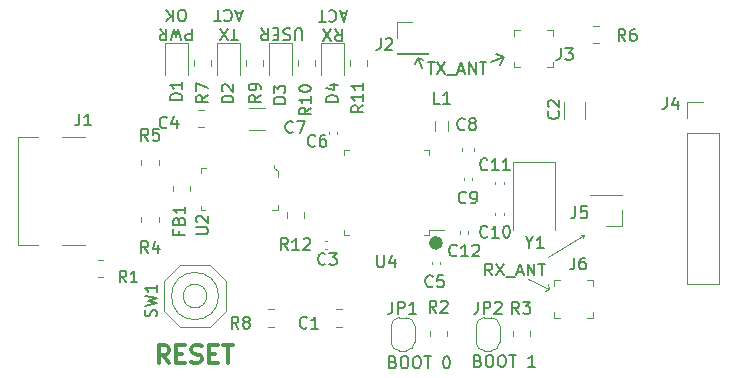
<source format=gbr>
%TF.GenerationSoftware,KiCad,Pcbnew,(6.0.11)*%
%TF.CreationDate,2025-09-27T21:04:19-04:00*%
%TF.ProjectId,433MHz-SRX882S-Dongle,3433334d-487a-42d5-9352-58383832532d,rev?*%
%TF.SameCoordinates,Original*%
%TF.FileFunction,Legend,Top*%
%TF.FilePolarity,Positive*%
%FSLAX46Y46*%
G04 Gerber Fmt 4.6, Leading zero omitted, Abs format (unit mm)*
G04 Created by KiCad (PCBNEW (6.0.11)) date 2025-09-27 21:04:19*
%MOMM*%
%LPD*%
G01*
G04 APERTURE LIST*
%ADD10C,0.050000*%
%ADD11C,0.150000*%
%ADD12C,0.600000*%
%ADD13C,0.300000*%
%ADD14C,0.120000*%
%ADD15C,0.100000*%
G04 APERTURE END LIST*
D10*
X111100000Y-107800000D02*
X111350000Y-107850000D01*
X111350000Y-107850000D02*
X108350000Y-109700000D01*
X111300000Y-108100000D02*
X111350000Y-107850000D01*
D11*
X104650000Y-92800000D02*
X104250000Y-93450000D01*
D10*
X108050000Y-112550000D02*
X108450000Y-112425000D01*
X108450000Y-112425000D02*
X106650000Y-111575000D01*
D11*
X104650000Y-92800000D02*
X103950000Y-92500000D01*
X97300000Y-92850000D02*
X97800000Y-93050000D01*
X97300000Y-92850000D02*
X97100000Y-93350000D01*
D12*
X99150000Y-108500000D02*
G75*
G03*
X99150000Y-108500000I-300000J0D01*
G01*
D11*
X97650000Y-93700000D02*
X97300000Y-92850000D01*
D10*
X108450000Y-112425000D02*
X108350000Y-112000000D01*
D11*
X103550000Y-93200000D02*
X104650000Y-92800000D01*
D13*
X76221428Y-118678571D02*
X75721428Y-117964285D01*
X75364285Y-118678571D02*
X75364285Y-117178571D01*
X75935714Y-117178571D01*
X76078571Y-117250000D01*
X76150000Y-117321428D01*
X76221428Y-117464285D01*
X76221428Y-117678571D01*
X76150000Y-117821428D01*
X76078571Y-117892857D01*
X75935714Y-117964285D01*
X75364285Y-117964285D01*
X76864285Y-117892857D02*
X77364285Y-117892857D01*
X77578571Y-118678571D02*
X76864285Y-118678571D01*
X76864285Y-117178571D01*
X77578571Y-117178571D01*
X78150000Y-118607142D02*
X78364285Y-118678571D01*
X78721428Y-118678571D01*
X78864285Y-118607142D01*
X78935714Y-118535714D01*
X79007142Y-118392857D01*
X79007142Y-118250000D01*
X78935714Y-118107142D01*
X78864285Y-118035714D01*
X78721428Y-117964285D01*
X78435714Y-117892857D01*
X78292857Y-117821428D01*
X78221428Y-117750000D01*
X78150000Y-117607142D01*
X78150000Y-117464285D01*
X78221428Y-117321428D01*
X78292857Y-117250000D01*
X78435714Y-117178571D01*
X78792857Y-117178571D01*
X79007142Y-117250000D01*
X79650000Y-117892857D02*
X80150000Y-117892857D01*
X80364285Y-118678571D02*
X79650000Y-118678571D01*
X79650000Y-117178571D01*
X80364285Y-117178571D01*
X80792857Y-117178571D02*
X81650000Y-117178571D01*
X81221428Y-118678571D02*
X81221428Y-117178571D01*
D11*
X103619047Y-111252380D02*
X103285714Y-110776190D01*
X103047619Y-111252380D02*
X103047619Y-110252380D01*
X103428571Y-110252380D01*
X103523809Y-110300000D01*
X103571428Y-110347619D01*
X103619047Y-110442857D01*
X103619047Y-110585714D01*
X103571428Y-110680952D01*
X103523809Y-110728571D01*
X103428571Y-110776190D01*
X103047619Y-110776190D01*
X103952380Y-110252380D02*
X104619047Y-111252380D01*
X104619047Y-110252380D02*
X103952380Y-111252380D01*
X104761904Y-111347619D02*
X105523809Y-111347619D01*
X105714285Y-110966666D02*
X106190476Y-110966666D01*
X105619047Y-111252380D02*
X105952380Y-110252380D01*
X106285714Y-111252380D01*
X106619047Y-111252380D02*
X106619047Y-110252380D01*
X107190476Y-111252380D01*
X107190476Y-110252380D01*
X107523809Y-110252380D02*
X108095238Y-110252380D01*
X107809523Y-111252380D02*
X107809523Y-110252380D01*
X102435714Y-118478571D02*
X102578571Y-118526190D01*
X102626190Y-118573809D01*
X102673809Y-118669047D01*
X102673809Y-118811904D01*
X102626190Y-118907142D01*
X102578571Y-118954761D01*
X102483333Y-119002380D01*
X102102380Y-119002380D01*
X102102380Y-118002380D01*
X102435714Y-118002380D01*
X102530952Y-118050000D01*
X102578571Y-118097619D01*
X102626190Y-118192857D01*
X102626190Y-118288095D01*
X102578571Y-118383333D01*
X102530952Y-118430952D01*
X102435714Y-118478571D01*
X102102380Y-118478571D01*
X103292857Y-118002380D02*
X103483333Y-118002380D01*
X103578571Y-118050000D01*
X103673809Y-118145238D01*
X103721428Y-118335714D01*
X103721428Y-118669047D01*
X103673809Y-118859523D01*
X103578571Y-118954761D01*
X103483333Y-119002380D01*
X103292857Y-119002380D01*
X103197619Y-118954761D01*
X103102380Y-118859523D01*
X103054761Y-118669047D01*
X103054761Y-118335714D01*
X103102380Y-118145238D01*
X103197619Y-118050000D01*
X103292857Y-118002380D01*
X104340476Y-118002380D02*
X104530952Y-118002380D01*
X104626190Y-118050000D01*
X104721428Y-118145238D01*
X104769047Y-118335714D01*
X104769047Y-118669047D01*
X104721428Y-118859523D01*
X104626190Y-118954761D01*
X104530952Y-119002380D01*
X104340476Y-119002380D01*
X104245238Y-118954761D01*
X104150000Y-118859523D01*
X104102380Y-118669047D01*
X104102380Y-118335714D01*
X104150000Y-118145238D01*
X104245238Y-118050000D01*
X104340476Y-118002380D01*
X105054761Y-118002380D02*
X105626190Y-118002380D01*
X105340476Y-119002380D02*
X105340476Y-118002380D01*
X107245238Y-119002380D02*
X106673809Y-119002380D01*
X106959523Y-119002380D02*
X106959523Y-118002380D01*
X106864285Y-118145238D01*
X106769047Y-118240476D01*
X106673809Y-118288095D01*
X78183333Y-90352619D02*
X78183333Y-91352619D01*
X77802380Y-91352619D01*
X77707142Y-91305000D01*
X77659523Y-91257380D01*
X77611904Y-91162142D01*
X77611904Y-91019285D01*
X77659523Y-90924047D01*
X77707142Y-90876428D01*
X77802380Y-90828809D01*
X78183333Y-90828809D01*
X77278571Y-91352619D02*
X77040476Y-90352619D01*
X76850000Y-91066904D01*
X76659523Y-90352619D01*
X76421428Y-91352619D01*
X75469047Y-90352619D02*
X75802380Y-90828809D01*
X76040476Y-90352619D02*
X76040476Y-91352619D01*
X75659523Y-91352619D01*
X75564285Y-91305000D01*
X75516666Y-91257380D01*
X75469047Y-91162142D01*
X75469047Y-91019285D01*
X75516666Y-90924047D01*
X75564285Y-90876428D01*
X75659523Y-90828809D01*
X76040476Y-90828809D01*
X77445238Y-89742619D02*
X77254761Y-89742619D01*
X77159523Y-89695000D01*
X77064285Y-89599761D01*
X77016666Y-89409285D01*
X77016666Y-89075952D01*
X77064285Y-88885476D01*
X77159523Y-88790238D01*
X77254761Y-88742619D01*
X77445238Y-88742619D01*
X77540476Y-88790238D01*
X77635714Y-88885476D01*
X77683333Y-89075952D01*
X77683333Y-89409285D01*
X77635714Y-89599761D01*
X77540476Y-89695000D01*
X77445238Y-89742619D01*
X76588095Y-88742619D02*
X76588095Y-89742619D01*
X76016666Y-88742619D02*
X76445238Y-89314047D01*
X76016666Y-89742619D02*
X76588095Y-89171190D01*
X82061904Y-91352619D02*
X81490476Y-91352619D01*
X81776190Y-90352619D02*
X81776190Y-91352619D01*
X81252380Y-91352619D02*
X80585714Y-90352619D01*
X80585714Y-91352619D02*
X81252380Y-90352619D01*
X82419047Y-89028333D02*
X81942857Y-89028333D01*
X82514285Y-88742619D02*
X82180952Y-89742619D01*
X81847619Y-88742619D01*
X80942857Y-88837857D02*
X80990476Y-88790238D01*
X81133333Y-88742619D01*
X81228571Y-88742619D01*
X81371428Y-88790238D01*
X81466666Y-88885476D01*
X81514285Y-88980714D01*
X81561904Y-89171190D01*
X81561904Y-89314047D01*
X81514285Y-89504523D01*
X81466666Y-89599761D01*
X81371428Y-89695000D01*
X81228571Y-89742619D01*
X81133333Y-89742619D01*
X80990476Y-89695000D01*
X80942857Y-89647380D01*
X80657142Y-89742619D02*
X80085714Y-89742619D01*
X80371428Y-88742619D02*
X80371428Y-89742619D01*
X98173809Y-93202380D02*
X98745238Y-93202380D01*
X98459523Y-94202380D02*
X98459523Y-93202380D01*
X98983333Y-93202380D02*
X99650000Y-94202380D01*
X99650000Y-93202380D02*
X98983333Y-94202380D01*
X99792857Y-94297619D02*
X100554761Y-94297619D01*
X100745238Y-93916666D02*
X101221428Y-93916666D01*
X100650000Y-94202380D02*
X100983333Y-93202380D01*
X101316666Y-94202380D01*
X101650000Y-94202380D02*
X101650000Y-93202380D01*
X102221428Y-94202380D01*
X102221428Y-93202380D01*
X102554761Y-93202380D02*
X103126190Y-93202380D01*
X102840476Y-94202380D02*
X102840476Y-93202380D01*
X90316666Y-90402619D02*
X90650000Y-90878809D01*
X90888095Y-90402619D02*
X90888095Y-91402619D01*
X90507142Y-91402619D01*
X90411904Y-91355000D01*
X90364285Y-91307380D01*
X90316666Y-91212142D01*
X90316666Y-91069285D01*
X90364285Y-90974047D01*
X90411904Y-90926428D01*
X90507142Y-90878809D01*
X90888095Y-90878809D01*
X89983333Y-91402619D02*
X89316666Y-90402619D01*
X89316666Y-91402619D02*
X89983333Y-90402619D01*
X91269047Y-89078333D02*
X90792857Y-89078333D01*
X91364285Y-88792619D02*
X91030952Y-89792619D01*
X90697619Y-88792619D01*
X89792857Y-88887857D02*
X89840476Y-88840238D01*
X89983333Y-88792619D01*
X90078571Y-88792619D01*
X90221428Y-88840238D01*
X90316666Y-88935476D01*
X90364285Y-89030714D01*
X90411904Y-89221190D01*
X90411904Y-89364047D01*
X90364285Y-89554523D01*
X90316666Y-89649761D01*
X90221428Y-89745000D01*
X90078571Y-89792619D01*
X89983333Y-89792619D01*
X89840476Y-89745000D01*
X89792857Y-89697380D01*
X89507142Y-89792619D02*
X88935714Y-89792619D01*
X89221428Y-88792619D02*
X89221428Y-89792619D01*
X95235714Y-118578571D02*
X95378571Y-118626190D01*
X95426190Y-118673809D01*
X95473809Y-118769047D01*
X95473809Y-118911904D01*
X95426190Y-119007142D01*
X95378571Y-119054761D01*
X95283333Y-119102380D01*
X94902380Y-119102380D01*
X94902380Y-118102380D01*
X95235714Y-118102380D01*
X95330952Y-118150000D01*
X95378571Y-118197619D01*
X95426190Y-118292857D01*
X95426190Y-118388095D01*
X95378571Y-118483333D01*
X95330952Y-118530952D01*
X95235714Y-118578571D01*
X94902380Y-118578571D01*
X96092857Y-118102380D02*
X96283333Y-118102380D01*
X96378571Y-118150000D01*
X96473809Y-118245238D01*
X96521428Y-118435714D01*
X96521428Y-118769047D01*
X96473809Y-118959523D01*
X96378571Y-119054761D01*
X96283333Y-119102380D01*
X96092857Y-119102380D01*
X95997619Y-119054761D01*
X95902380Y-118959523D01*
X95854761Y-118769047D01*
X95854761Y-118435714D01*
X95902380Y-118245238D01*
X95997619Y-118150000D01*
X96092857Y-118102380D01*
X97140476Y-118102380D02*
X97330952Y-118102380D01*
X97426190Y-118150000D01*
X97521428Y-118245238D01*
X97569047Y-118435714D01*
X97569047Y-118769047D01*
X97521428Y-118959523D01*
X97426190Y-119054761D01*
X97330952Y-119102380D01*
X97140476Y-119102380D01*
X97045238Y-119054761D01*
X96950000Y-118959523D01*
X96902380Y-118769047D01*
X96902380Y-118435714D01*
X96950000Y-118245238D01*
X97045238Y-118150000D01*
X97140476Y-118102380D01*
X97854761Y-118102380D02*
X98426190Y-118102380D01*
X98140476Y-119102380D02*
X98140476Y-118102380D01*
X99711904Y-118102380D02*
X99807142Y-118102380D01*
X99902380Y-118150000D01*
X99950000Y-118197619D01*
X99997619Y-118292857D01*
X100045238Y-118483333D01*
X100045238Y-118721428D01*
X99997619Y-118911904D01*
X99950000Y-119007142D01*
X99902380Y-119054761D01*
X99807142Y-119102380D01*
X99711904Y-119102380D01*
X99616666Y-119054761D01*
X99569047Y-119007142D01*
X99521428Y-118911904D01*
X99473809Y-118721428D01*
X99473809Y-118483333D01*
X99521428Y-118292857D01*
X99569047Y-118197619D01*
X99616666Y-118150000D01*
X99711904Y-118102380D01*
X87514285Y-91347619D02*
X87514285Y-90538095D01*
X87466666Y-90442857D01*
X87419047Y-90395238D01*
X87323809Y-90347619D01*
X87133333Y-90347619D01*
X87038095Y-90395238D01*
X86990476Y-90442857D01*
X86942857Y-90538095D01*
X86942857Y-91347619D01*
X86514285Y-90395238D02*
X86371428Y-90347619D01*
X86133333Y-90347619D01*
X86038095Y-90395238D01*
X85990476Y-90442857D01*
X85942857Y-90538095D01*
X85942857Y-90633333D01*
X85990476Y-90728571D01*
X86038095Y-90776190D01*
X86133333Y-90823809D01*
X86323809Y-90871428D01*
X86419047Y-90919047D01*
X86466666Y-90966666D01*
X86514285Y-91061904D01*
X86514285Y-91157142D01*
X86466666Y-91252380D01*
X86419047Y-91300000D01*
X86323809Y-91347619D01*
X86085714Y-91347619D01*
X85942857Y-91300000D01*
X85514285Y-90871428D02*
X85180952Y-90871428D01*
X85038095Y-90347619D02*
X85514285Y-90347619D01*
X85514285Y-91347619D01*
X85038095Y-91347619D01*
X84038095Y-90347619D02*
X84371428Y-90823809D01*
X84609523Y-90347619D02*
X84609523Y-91347619D01*
X84228571Y-91347619D01*
X84133333Y-91300000D01*
X84085714Y-91252380D01*
X84038095Y-91157142D01*
X84038095Y-91014285D01*
X84085714Y-90919047D01*
X84133333Y-90871428D01*
X84228571Y-90823809D01*
X84609523Y-90823809D01*
%TO.C,D3*%
X86102380Y-96700595D02*
X85102380Y-96700595D01*
X85102380Y-96462500D01*
X85150000Y-96319642D01*
X85245238Y-96224404D01*
X85340476Y-96176785D01*
X85530952Y-96129166D01*
X85673809Y-96129166D01*
X85864285Y-96176785D01*
X85959523Y-96224404D01*
X86054761Y-96319642D01*
X86102380Y-96462500D01*
X86102380Y-96700595D01*
X85102380Y-95795833D02*
X85102380Y-95176785D01*
X85483333Y-95510119D01*
X85483333Y-95367261D01*
X85530952Y-95272023D01*
X85578571Y-95224404D01*
X85673809Y-95176785D01*
X85911904Y-95176785D01*
X86007142Y-95224404D01*
X86054761Y-95272023D01*
X86102380Y-95367261D01*
X86102380Y-95652976D01*
X86054761Y-95748214D01*
X86007142Y-95795833D01*
%TO.C,C1*%
X87933333Y-115657142D02*
X87885714Y-115704761D01*
X87742857Y-115752380D01*
X87647619Y-115752380D01*
X87504761Y-115704761D01*
X87409523Y-115609523D01*
X87361904Y-115514285D01*
X87314285Y-115323809D01*
X87314285Y-115180952D01*
X87361904Y-114990476D01*
X87409523Y-114895238D01*
X87504761Y-114800000D01*
X87647619Y-114752380D01*
X87742857Y-114752380D01*
X87885714Y-114800000D01*
X87933333Y-114847619D01*
X88885714Y-115752380D02*
X88314285Y-115752380D01*
X88600000Y-115752380D02*
X88600000Y-114752380D01*
X88504761Y-114895238D01*
X88409523Y-114990476D01*
X88314285Y-115038095D01*
%TO.C,C4*%
X76083333Y-98707142D02*
X76035714Y-98754761D01*
X75892857Y-98802380D01*
X75797619Y-98802380D01*
X75654761Y-98754761D01*
X75559523Y-98659523D01*
X75511904Y-98564285D01*
X75464285Y-98373809D01*
X75464285Y-98230952D01*
X75511904Y-98040476D01*
X75559523Y-97945238D01*
X75654761Y-97850000D01*
X75797619Y-97802380D01*
X75892857Y-97802380D01*
X76035714Y-97850000D01*
X76083333Y-97897619D01*
X76940476Y-98135714D02*
X76940476Y-98802380D01*
X76702380Y-97754761D02*
X76464285Y-98469047D01*
X77083333Y-98469047D01*
%TO.C,J4*%
X118416666Y-96158630D02*
X118416666Y-96872916D01*
X118369047Y-97015773D01*
X118273809Y-97111011D01*
X118130952Y-97158630D01*
X118035714Y-97158630D01*
X119321428Y-96491964D02*
X119321428Y-97158630D01*
X119083333Y-96111011D02*
X118845238Y-96825297D01*
X119464285Y-96825297D01*
%TO.C,R10*%
X88265064Y-97055357D02*
X87788874Y-97388690D01*
X88265064Y-97626785D02*
X87265064Y-97626785D01*
X87265064Y-97245833D01*
X87312684Y-97150595D01*
X87360303Y-97102976D01*
X87455541Y-97055357D01*
X87598398Y-97055357D01*
X87693636Y-97102976D01*
X87741255Y-97150595D01*
X87788874Y-97245833D01*
X87788874Y-97626785D01*
X88265064Y-96102976D02*
X88265064Y-96674404D01*
X88265064Y-96388690D02*
X87265064Y-96388690D01*
X87407922Y-96483928D01*
X87503160Y-96579166D01*
X87550779Y-96674404D01*
X87265064Y-95483928D02*
X87265064Y-95388690D01*
X87312684Y-95293452D01*
X87360303Y-95245833D01*
X87455541Y-95198214D01*
X87646017Y-95150595D01*
X87884112Y-95150595D01*
X88074588Y-95198214D01*
X88169826Y-95245833D01*
X88217445Y-95293452D01*
X88265064Y-95388690D01*
X88265064Y-95483928D01*
X88217445Y-95579166D01*
X88169826Y-95626785D01*
X88074588Y-95674404D01*
X87884112Y-95722023D01*
X87646017Y-95722023D01*
X87455541Y-95674404D01*
X87360303Y-95626785D01*
X87312684Y-95579166D01*
X87265064Y-95483928D01*
%TO.C,FB1*%
X77078571Y-107483333D02*
X77078571Y-107816666D01*
X77602380Y-107816666D02*
X76602380Y-107816666D01*
X76602380Y-107340476D01*
X77078571Y-106626190D02*
X77126190Y-106483333D01*
X77173809Y-106435714D01*
X77269047Y-106388095D01*
X77411904Y-106388095D01*
X77507142Y-106435714D01*
X77554761Y-106483333D01*
X77602380Y-106578571D01*
X77602380Y-106959523D01*
X76602380Y-106959523D01*
X76602380Y-106626190D01*
X76650000Y-106530952D01*
X76697619Y-106483333D01*
X76792857Y-106435714D01*
X76888095Y-106435714D01*
X76983333Y-106483333D01*
X77030952Y-106530952D01*
X77078571Y-106626190D01*
X77078571Y-106959523D01*
X77602380Y-105435714D02*
X77602380Y-106007142D01*
X77602380Y-105721428D02*
X76602380Y-105721428D01*
X76745238Y-105816666D01*
X76840476Y-105911904D01*
X76888095Y-106007142D01*
%TO.C,C5*%
X98583333Y-112157142D02*
X98535714Y-112204761D01*
X98392857Y-112252380D01*
X98297619Y-112252380D01*
X98154761Y-112204761D01*
X98059523Y-112109523D01*
X98011904Y-112014285D01*
X97964285Y-111823809D01*
X97964285Y-111680952D01*
X98011904Y-111490476D01*
X98059523Y-111395238D01*
X98154761Y-111300000D01*
X98297619Y-111252380D01*
X98392857Y-111252380D01*
X98535714Y-111300000D01*
X98583333Y-111347619D01*
X99488095Y-111252380D02*
X99011904Y-111252380D01*
X98964285Y-111728571D01*
X99011904Y-111680952D01*
X99107142Y-111633333D01*
X99345238Y-111633333D01*
X99440476Y-111680952D01*
X99488095Y-111728571D01*
X99535714Y-111823809D01*
X99535714Y-112061904D01*
X99488095Y-112157142D01*
X99440476Y-112204761D01*
X99345238Y-112252380D01*
X99107142Y-112252380D01*
X99011904Y-112204761D01*
X98964285Y-112157142D01*
%TO.C,C3*%
X89491169Y-110257142D02*
X89443550Y-110304761D01*
X89300693Y-110352380D01*
X89205455Y-110352380D01*
X89062597Y-110304761D01*
X88967359Y-110209523D01*
X88919740Y-110114285D01*
X88872121Y-109923809D01*
X88872121Y-109780952D01*
X88919740Y-109590476D01*
X88967359Y-109495238D01*
X89062597Y-109400000D01*
X89205455Y-109352380D01*
X89300693Y-109352380D01*
X89443550Y-109400000D01*
X89491169Y-109447619D01*
X89824502Y-109352380D02*
X90443550Y-109352380D01*
X90110216Y-109733333D01*
X90253074Y-109733333D01*
X90348312Y-109780952D01*
X90395931Y-109828571D01*
X90443550Y-109923809D01*
X90443550Y-110161904D01*
X90395931Y-110257142D01*
X90348312Y-110304761D01*
X90253074Y-110352380D01*
X89967359Y-110352380D01*
X89872121Y-110304761D01*
X89824502Y-110257142D01*
%TO.C,R12*%
X86307142Y-109102380D02*
X85973809Y-108626190D01*
X85735714Y-109102380D02*
X85735714Y-108102380D01*
X86116666Y-108102380D01*
X86211904Y-108150000D01*
X86259523Y-108197619D01*
X86307142Y-108292857D01*
X86307142Y-108435714D01*
X86259523Y-108530952D01*
X86211904Y-108578571D01*
X86116666Y-108626190D01*
X85735714Y-108626190D01*
X87259523Y-109102380D02*
X86688095Y-109102380D01*
X86973809Y-109102380D02*
X86973809Y-108102380D01*
X86878571Y-108245238D01*
X86783333Y-108340476D01*
X86688095Y-108388095D01*
X87640476Y-108197619D02*
X87688095Y-108150000D01*
X87783333Y-108102380D01*
X88021428Y-108102380D01*
X88116666Y-108150000D01*
X88164285Y-108197619D01*
X88211904Y-108292857D01*
X88211904Y-108388095D01*
X88164285Y-108530952D01*
X87592857Y-109102380D01*
X88211904Y-109102380D01*
%TO.C,JP1*%
X95166666Y-113482380D02*
X95166666Y-114196666D01*
X95119047Y-114339523D01*
X95023809Y-114434761D01*
X94880952Y-114482380D01*
X94785714Y-114482380D01*
X95642857Y-114482380D02*
X95642857Y-113482380D01*
X96023809Y-113482380D01*
X96119047Y-113530000D01*
X96166666Y-113577619D01*
X96214285Y-113672857D01*
X96214285Y-113815714D01*
X96166666Y-113910952D01*
X96119047Y-113958571D01*
X96023809Y-114006190D01*
X95642857Y-114006190D01*
X97166666Y-114482380D02*
X96595238Y-114482380D01*
X96880952Y-114482380D02*
X96880952Y-113482380D01*
X96785714Y-113625238D01*
X96690476Y-113720476D01*
X96595238Y-113768095D01*
%TO.C,C11*%
X103207142Y-102257142D02*
X103159523Y-102304761D01*
X103016666Y-102352380D01*
X102921428Y-102352380D01*
X102778571Y-102304761D01*
X102683333Y-102209523D01*
X102635714Y-102114285D01*
X102588095Y-101923809D01*
X102588095Y-101780952D01*
X102635714Y-101590476D01*
X102683333Y-101495238D01*
X102778571Y-101400000D01*
X102921428Y-101352380D01*
X103016666Y-101352380D01*
X103159523Y-101400000D01*
X103207142Y-101447619D01*
X104159523Y-102352380D02*
X103588095Y-102352380D01*
X103873809Y-102352380D02*
X103873809Y-101352380D01*
X103778571Y-101495238D01*
X103683333Y-101590476D01*
X103588095Y-101638095D01*
X105111904Y-102352380D02*
X104540476Y-102352380D01*
X104826190Y-102352380D02*
X104826190Y-101352380D01*
X104730952Y-101495238D01*
X104635714Y-101590476D01*
X104540476Y-101638095D01*
%TO.C,J5*%
X110666666Y-105402380D02*
X110666666Y-106116666D01*
X110619047Y-106259523D01*
X110523809Y-106354761D01*
X110380952Y-106402380D01*
X110285714Y-106402380D01*
X111619047Y-105402380D02*
X111142857Y-105402380D01*
X111095238Y-105878571D01*
X111142857Y-105830952D01*
X111238095Y-105783333D01*
X111476190Y-105783333D01*
X111571428Y-105830952D01*
X111619047Y-105878571D01*
X111666666Y-105973809D01*
X111666666Y-106211904D01*
X111619047Y-106307142D01*
X111571428Y-106354761D01*
X111476190Y-106402380D01*
X111238095Y-106402380D01*
X111142857Y-106354761D01*
X111095238Y-106307142D01*
%TO.C,C2*%
X109207142Y-97366666D02*
X109254761Y-97414285D01*
X109302380Y-97557142D01*
X109302380Y-97652380D01*
X109254761Y-97795238D01*
X109159523Y-97890476D01*
X109064285Y-97938095D01*
X108873809Y-97985714D01*
X108730952Y-97985714D01*
X108540476Y-97938095D01*
X108445238Y-97890476D01*
X108350000Y-97795238D01*
X108302380Y-97652380D01*
X108302380Y-97557142D01*
X108350000Y-97414285D01*
X108397619Y-97366666D01*
X108397619Y-96985714D02*
X108350000Y-96938095D01*
X108302380Y-96842857D01*
X108302380Y-96604761D01*
X108350000Y-96509523D01*
X108397619Y-96461904D01*
X108492857Y-96414285D01*
X108588095Y-96414285D01*
X108730952Y-96461904D01*
X109302380Y-97033333D01*
X109302380Y-96414285D01*
%TO.C,J1*%
X68666666Y-97552380D02*
X68666666Y-98266666D01*
X68619047Y-98409523D01*
X68523809Y-98504761D01*
X68380952Y-98552380D01*
X68285714Y-98552380D01*
X69666666Y-98552380D02*
X69095238Y-98552380D01*
X69380952Y-98552380D02*
X69380952Y-97552380D01*
X69285714Y-97695238D01*
X69190476Y-97790476D01*
X69095238Y-97838095D01*
%TO.C,U4*%
X93888095Y-109552380D02*
X93888095Y-110361904D01*
X93935714Y-110457142D01*
X93983333Y-110504761D01*
X94078571Y-110552380D01*
X94269047Y-110552380D01*
X94364285Y-110504761D01*
X94411904Y-110457142D01*
X94459523Y-110361904D01*
X94459523Y-109552380D01*
X95364285Y-109885714D02*
X95364285Y-110552380D01*
X95126190Y-109504761D02*
X94888095Y-110219047D01*
X95507142Y-110219047D01*
%TO.C,R2*%
X98883333Y-114402380D02*
X98550000Y-113926190D01*
X98311904Y-114402380D02*
X98311904Y-113402380D01*
X98692857Y-113402380D01*
X98788095Y-113450000D01*
X98835714Y-113497619D01*
X98883333Y-113592857D01*
X98883333Y-113735714D01*
X98835714Y-113830952D01*
X98788095Y-113878571D01*
X98692857Y-113926190D01*
X98311904Y-113926190D01*
X99264285Y-113497619D02*
X99311904Y-113450000D01*
X99407142Y-113402380D01*
X99645238Y-113402380D01*
X99740476Y-113450000D01*
X99788095Y-113497619D01*
X99835714Y-113592857D01*
X99835714Y-113688095D01*
X99788095Y-113830952D01*
X99216666Y-114402380D01*
X99835714Y-114402380D01*
%TO.C,D4*%
X90554494Y-96550595D02*
X89554494Y-96550595D01*
X89554494Y-96312500D01*
X89602114Y-96169642D01*
X89697352Y-96074404D01*
X89792590Y-96026785D01*
X89983066Y-95979166D01*
X90125923Y-95979166D01*
X90316399Y-96026785D01*
X90411637Y-96074404D01*
X90506875Y-96169642D01*
X90554494Y-96312500D01*
X90554494Y-96550595D01*
X89887828Y-95122023D02*
X90554494Y-95122023D01*
X89506875Y-95360119D02*
X90221161Y-95598214D01*
X90221161Y-94979166D01*
%TO.C,R1*%
X72633333Y-111852380D02*
X72300000Y-111376190D01*
X72061904Y-111852380D02*
X72061904Y-110852380D01*
X72442857Y-110852380D01*
X72538095Y-110900000D01*
X72585714Y-110947619D01*
X72633333Y-111042857D01*
X72633333Y-111185714D01*
X72585714Y-111280952D01*
X72538095Y-111328571D01*
X72442857Y-111376190D01*
X72061904Y-111376190D01*
X73585714Y-111852380D02*
X73014285Y-111852380D01*
X73300000Y-111852380D02*
X73300000Y-110852380D01*
X73204761Y-110995238D01*
X73109523Y-111090476D01*
X73014285Y-111138095D01*
%TO.C,R7*%
X79565064Y-95979166D02*
X79088874Y-96312500D01*
X79565064Y-96550595D02*
X78565064Y-96550595D01*
X78565064Y-96169642D01*
X78612684Y-96074404D01*
X78660303Y-96026785D01*
X78755541Y-95979166D01*
X78898398Y-95979166D01*
X78993636Y-96026785D01*
X79041255Y-96074404D01*
X79088874Y-96169642D01*
X79088874Y-96550595D01*
X78565064Y-95645833D02*
X78565064Y-94979166D01*
X79565064Y-95407738D01*
%TO.C,R6*%
X114883333Y-91402380D02*
X114550000Y-90926190D01*
X114311904Y-91402380D02*
X114311904Y-90402380D01*
X114692857Y-90402380D01*
X114788095Y-90450000D01*
X114835714Y-90497619D01*
X114883333Y-90592857D01*
X114883333Y-90735714D01*
X114835714Y-90830952D01*
X114788095Y-90878571D01*
X114692857Y-90926190D01*
X114311904Y-90926190D01*
X115740476Y-90402380D02*
X115550000Y-90402380D01*
X115454761Y-90450000D01*
X115407142Y-90497619D01*
X115311904Y-90640476D01*
X115264285Y-90830952D01*
X115264285Y-91211904D01*
X115311904Y-91307142D01*
X115359523Y-91354761D01*
X115454761Y-91402380D01*
X115645238Y-91402380D01*
X115740476Y-91354761D01*
X115788095Y-91307142D01*
X115835714Y-91211904D01*
X115835714Y-90973809D01*
X115788095Y-90878571D01*
X115740476Y-90830952D01*
X115645238Y-90783333D01*
X115454761Y-90783333D01*
X115359523Y-90830952D01*
X115311904Y-90878571D01*
X115264285Y-90973809D01*
%TO.C,R5*%
X74483333Y-99852380D02*
X74150000Y-99376190D01*
X73911904Y-99852380D02*
X73911904Y-98852380D01*
X74292857Y-98852380D01*
X74388095Y-98900000D01*
X74435714Y-98947619D01*
X74483333Y-99042857D01*
X74483333Y-99185714D01*
X74435714Y-99280952D01*
X74388095Y-99328571D01*
X74292857Y-99376190D01*
X73911904Y-99376190D01*
X75388095Y-98852380D02*
X74911904Y-98852380D01*
X74864285Y-99328571D01*
X74911904Y-99280952D01*
X75007142Y-99233333D01*
X75245238Y-99233333D01*
X75340476Y-99280952D01*
X75388095Y-99328571D01*
X75435714Y-99423809D01*
X75435714Y-99661904D01*
X75388095Y-99757142D01*
X75340476Y-99804761D01*
X75245238Y-99852380D01*
X75007142Y-99852380D01*
X74911904Y-99804761D01*
X74864285Y-99757142D01*
%TO.C,U2*%
X78552380Y-107761904D02*
X79361904Y-107761904D01*
X79457142Y-107714285D01*
X79504761Y-107666666D01*
X79552380Y-107571428D01*
X79552380Y-107380952D01*
X79504761Y-107285714D01*
X79457142Y-107238095D01*
X79361904Y-107190476D01*
X78552380Y-107190476D01*
X78647619Y-106761904D02*
X78600000Y-106714285D01*
X78552380Y-106619047D01*
X78552380Y-106380952D01*
X78600000Y-106285714D01*
X78647619Y-106238095D01*
X78742857Y-106190476D01*
X78838095Y-106190476D01*
X78980952Y-106238095D01*
X79552380Y-106809523D01*
X79552380Y-106190476D01*
%TO.C,C6*%
X88633333Y-100257142D02*
X88585714Y-100304761D01*
X88442857Y-100352380D01*
X88347619Y-100352380D01*
X88204761Y-100304761D01*
X88109523Y-100209523D01*
X88061904Y-100114285D01*
X88014285Y-99923809D01*
X88014285Y-99780952D01*
X88061904Y-99590476D01*
X88109523Y-99495238D01*
X88204761Y-99400000D01*
X88347619Y-99352380D01*
X88442857Y-99352380D01*
X88585714Y-99400000D01*
X88633333Y-99447619D01*
X89490476Y-99352380D02*
X89300000Y-99352380D01*
X89204761Y-99400000D01*
X89157142Y-99447619D01*
X89061904Y-99590476D01*
X89014285Y-99780952D01*
X89014285Y-100161904D01*
X89061904Y-100257142D01*
X89109523Y-100304761D01*
X89204761Y-100352380D01*
X89395238Y-100352380D01*
X89490476Y-100304761D01*
X89538095Y-100257142D01*
X89585714Y-100161904D01*
X89585714Y-99923809D01*
X89538095Y-99828571D01*
X89490476Y-99780952D01*
X89395238Y-99733333D01*
X89204761Y-99733333D01*
X89109523Y-99780952D01*
X89061904Y-99828571D01*
X89014285Y-99923809D01*
%TO.C,R9*%
X84010836Y-95979166D02*
X83534646Y-96312500D01*
X84010836Y-96550595D02*
X83010836Y-96550595D01*
X83010836Y-96169642D01*
X83058456Y-96074404D01*
X83106075Y-96026785D01*
X83201313Y-95979166D01*
X83344170Y-95979166D01*
X83439408Y-96026785D01*
X83487027Y-96074404D01*
X83534646Y-96169642D01*
X83534646Y-96550595D01*
X84010836Y-95502976D02*
X84010836Y-95312500D01*
X83963217Y-95217261D01*
X83915598Y-95169642D01*
X83772741Y-95074404D01*
X83582265Y-95026785D01*
X83201313Y-95026785D01*
X83106075Y-95074404D01*
X83058456Y-95122023D01*
X83010836Y-95217261D01*
X83010836Y-95407738D01*
X83058456Y-95502976D01*
X83106075Y-95550595D01*
X83201313Y-95598214D01*
X83439408Y-95598214D01*
X83534646Y-95550595D01*
X83582265Y-95502976D01*
X83629884Y-95407738D01*
X83629884Y-95217261D01*
X83582265Y-95122023D01*
X83534646Y-95074404D01*
X83439408Y-95026785D01*
%TO.C,C10*%
X103207142Y-107957142D02*
X103159523Y-108004761D01*
X103016666Y-108052380D01*
X102921428Y-108052380D01*
X102778571Y-108004761D01*
X102683333Y-107909523D01*
X102635714Y-107814285D01*
X102588095Y-107623809D01*
X102588095Y-107480952D01*
X102635714Y-107290476D01*
X102683333Y-107195238D01*
X102778571Y-107100000D01*
X102921428Y-107052380D01*
X103016666Y-107052380D01*
X103159523Y-107100000D01*
X103207142Y-107147619D01*
X104159523Y-108052380D02*
X103588095Y-108052380D01*
X103873809Y-108052380D02*
X103873809Y-107052380D01*
X103778571Y-107195238D01*
X103683333Y-107290476D01*
X103588095Y-107338095D01*
X104778571Y-107052380D02*
X104873809Y-107052380D01*
X104969047Y-107100000D01*
X105016666Y-107147619D01*
X105064285Y-107242857D01*
X105111904Y-107433333D01*
X105111904Y-107671428D01*
X105064285Y-107861904D01*
X105016666Y-107957142D01*
X104969047Y-108004761D01*
X104873809Y-108052380D01*
X104778571Y-108052380D01*
X104683333Y-108004761D01*
X104635714Y-107957142D01*
X104588095Y-107861904D01*
X104540476Y-107671428D01*
X104540476Y-107433333D01*
X104588095Y-107242857D01*
X104635714Y-107147619D01*
X104683333Y-107100000D01*
X104778571Y-107052380D01*
%TO.C,R8*%
X82133333Y-115752380D02*
X81800000Y-115276190D01*
X81561904Y-115752380D02*
X81561904Y-114752380D01*
X81942857Y-114752380D01*
X82038095Y-114800000D01*
X82085714Y-114847619D01*
X82133333Y-114942857D01*
X82133333Y-115085714D01*
X82085714Y-115180952D01*
X82038095Y-115228571D01*
X81942857Y-115276190D01*
X81561904Y-115276190D01*
X82704761Y-115180952D02*
X82609523Y-115133333D01*
X82561904Y-115085714D01*
X82514285Y-114990476D01*
X82514285Y-114942857D01*
X82561904Y-114847619D01*
X82609523Y-114800000D01*
X82704761Y-114752380D01*
X82895238Y-114752380D01*
X82990476Y-114800000D01*
X83038095Y-114847619D01*
X83085714Y-114942857D01*
X83085714Y-114990476D01*
X83038095Y-115085714D01*
X82990476Y-115133333D01*
X82895238Y-115180952D01*
X82704761Y-115180952D01*
X82609523Y-115228571D01*
X82561904Y-115276190D01*
X82514285Y-115371428D01*
X82514285Y-115561904D01*
X82561904Y-115657142D01*
X82609523Y-115704761D01*
X82704761Y-115752380D01*
X82895238Y-115752380D01*
X82990476Y-115704761D01*
X83038095Y-115657142D01*
X83085714Y-115561904D01*
X83085714Y-115371428D01*
X83038095Y-115276190D01*
X82990476Y-115228571D01*
X82895238Y-115180952D01*
%TO.C,C12*%
X100607142Y-109557142D02*
X100559523Y-109604761D01*
X100416666Y-109652380D01*
X100321428Y-109652380D01*
X100178571Y-109604761D01*
X100083333Y-109509523D01*
X100035714Y-109414285D01*
X99988095Y-109223809D01*
X99988095Y-109080952D01*
X100035714Y-108890476D01*
X100083333Y-108795238D01*
X100178571Y-108700000D01*
X100321428Y-108652380D01*
X100416666Y-108652380D01*
X100559523Y-108700000D01*
X100607142Y-108747619D01*
X101559523Y-109652380D02*
X100988095Y-109652380D01*
X101273809Y-109652380D02*
X101273809Y-108652380D01*
X101178571Y-108795238D01*
X101083333Y-108890476D01*
X100988095Y-108938095D01*
X101940476Y-108747619D02*
X101988095Y-108700000D01*
X102083333Y-108652380D01*
X102321428Y-108652380D01*
X102416666Y-108700000D01*
X102464285Y-108747619D01*
X102511904Y-108842857D01*
X102511904Y-108938095D01*
X102464285Y-109080952D01*
X101892857Y-109652380D01*
X102511904Y-109652380D01*
%TO.C,C8*%
X101283333Y-98857142D02*
X101235714Y-98904761D01*
X101092857Y-98952380D01*
X100997619Y-98952380D01*
X100854761Y-98904761D01*
X100759523Y-98809523D01*
X100711904Y-98714285D01*
X100664285Y-98523809D01*
X100664285Y-98380952D01*
X100711904Y-98190476D01*
X100759523Y-98095238D01*
X100854761Y-98000000D01*
X100997619Y-97952380D01*
X101092857Y-97952380D01*
X101235714Y-98000000D01*
X101283333Y-98047619D01*
X101854761Y-98380952D02*
X101759523Y-98333333D01*
X101711904Y-98285714D01*
X101664285Y-98190476D01*
X101664285Y-98142857D01*
X101711904Y-98047619D01*
X101759523Y-98000000D01*
X101854761Y-97952380D01*
X102045238Y-97952380D01*
X102140476Y-98000000D01*
X102188095Y-98047619D01*
X102235714Y-98142857D01*
X102235714Y-98190476D01*
X102188095Y-98285714D01*
X102140476Y-98333333D01*
X102045238Y-98380952D01*
X101854761Y-98380952D01*
X101759523Y-98428571D01*
X101711904Y-98476190D01*
X101664285Y-98571428D01*
X101664285Y-98761904D01*
X101711904Y-98857142D01*
X101759523Y-98904761D01*
X101854761Y-98952380D01*
X102045238Y-98952380D01*
X102140476Y-98904761D01*
X102188095Y-98857142D01*
X102235714Y-98761904D01*
X102235714Y-98571428D01*
X102188095Y-98476190D01*
X102140476Y-98428571D01*
X102045238Y-98380952D01*
%TO.C,SW1*%
X75154761Y-114733333D02*
X75202380Y-114590476D01*
X75202380Y-114352380D01*
X75154761Y-114257142D01*
X75107142Y-114209523D01*
X75011904Y-114161904D01*
X74916666Y-114161904D01*
X74821428Y-114209523D01*
X74773809Y-114257142D01*
X74726190Y-114352380D01*
X74678571Y-114542857D01*
X74630952Y-114638095D01*
X74583333Y-114685714D01*
X74488095Y-114733333D01*
X74392857Y-114733333D01*
X74297619Y-114685714D01*
X74250000Y-114638095D01*
X74202380Y-114542857D01*
X74202380Y-114304761D01*
X74250000Y-114161904D01*
X74202380Y-113828571D02*
X75202380Y-113590476D01*
X74488095Y-113400000D01*
X75202380Y-113209523D01*
X74202380Y-112971428D01*
X75202380Y-112066666D02*
X75202380Y-112638095D01*
X75202380Y-112352380D02*
X74202380Y-112352380D01*
X74345238Y-112447619D01*
X74440476Y-112542857D01*
X74488095Y-112638095D01*
%TO.C,Y1*%
X106773809Y-108476190D02*
X106773809Y-108952380D01*
X106440476Y-107952380D02*
X106773809Y-108476190D01*
X107107142Y-107952380D01*
X107964285Y-108952380D02*
X107392857Y-108952380D01*
X107678571Y-108952380D02*
X107678571Y-107952380D01*
X107583333Y-108095238D01*
X107488095Y-108190476D01*
X107392857Y-108238095D01*
%TO.C,R3*%
X105883333Y-114502380D02*
X105550000Y-114026190D01*
X105311904Y-114502380D02*
X105311904Y-113502380D01*
X105692857Y-113502380D01*
X105788095Y-113550000D01*
X105835714Y-113597619D01*
X105883333Y-113692857D01*
X105883333Y-113835714D01*
X105835714Y-113930952D01*
X105788095Y-113978571D01*
X105692857Y-114026190D01*
X105311904Y-114026190D01*
X106216666Y-113502380D02*
X106835714Y-113502380D01*
X106502380Y-113883333D01*
X106645238Y-113883333D01*
X106740476Y-113930952D01*
X106788095Y-113978571D01*
X106835714Y-114073809D01*
X106835714Y-114311904D01*
X106788095Y-114407142D01*
X106740476Y-114454761D01*
X106645238Y-114502380D01*
X106359523Y-114502380D01*
X106264285Y-114454761D01*
X106216666Y-114407142D01*
%TO.C,R4*%
X74483333Y-109362380D02*
X74150000Y-108886190D01*
X73911904Y-109362380D02*
X73911904Y-108362380D01*
X74292857Y-108362380D01*
X74388095Y-108410000D01*
X74435714Y-108457619D01*
X74483333Y-108552857D01*
X74483333Y-108695714D01*
X74435714Y-108790952D01*
X74388095Y-108838571D01*
X74292857Y-108886190D01*
X73911904Y-108886190D01*
X75340476Y-108695714D02*
X75340476Y-109362380D01*
X75102380Y-108314761D02*
X74864285Y-109029047D01*
X75483333Y-109029047D01*
%TO.C,R11*%
X92702380Y-96855357D02*
X92226190Y-97188690D01*
X92702380Y-97426785D02*
X91702380Y-97426785D01*
X91702380Y-97045833D01*
X91750000Y-96950595D01*
X91797619Y-96902976D01*
X91892857Y-96855357D01*
X92035714Y-96855357D01*
X92130952Y-96902976D01*
X92178571Y-96950595D01*
X92226190Y-97045833D01*
X92226190Y-97426785D01*
X92702380Y-95902976D02*
X92702380Y-96474404D01*
X92702380Y-96188690D02*
X91702380Y-96188690D01*
X91845238Y-96283928D01*
X91940476Y-96379166D01*
X91988095Y-96474404D01*
X92702380Y-94950595D02*
X92702380Y-95522023D01*
X92702380Y-95236309D02*
X91702380Y-95236309D01*
X91845238Y-95331547D01*
X91940476Y-95426785D01*
X91988095Y-95522023D01*
%TO.C,L1*%
X99183333Y-96702380D02*
X98707142Y-96702380D01*
X98707142Y-95702380D01*
X100040476Y-96702380D02*
X99469047Y-96702380D01*
X99754761Y-96702380D02*
X99754761Y-95702380D01*
X99659523Y-95845238D01*
X99564285Y-95940476D01*
X99469047Y-95988095D01*
%TO.C,D1*%
X77367178Y-96400595D02*
X76367178Y-96400595D01*
X76367178Y-96162500D01*
X76414798Y-96019642D01*
X76510036Y-95924404D01*
X76605274Y-95876785D01*
X76795750Y-95829166D01*
X76938607Y-95829166D01*
X77129083Y-95876785D01*
X77224321Y-95924404D01*
X77319559Y-96019642D01*
X77367178Y-96162500D01*
X77367178Y-96400595D01*
X77367178Y-94876785D02*
X77367178Y-95448214D01*
X77367178Y-95162500D02*
X76367178Y-95162500D01*
X76510036Y-95257738D01*
X76605274Y-95352976D01*
X76652893Y-95448214D01*
%TO.C,J3*%
X109416666Y-92002380D02*
X109416666Y-92716666D01*
X109369047Y-92859523D01*
X109273809Y-92954761D01*
X109130952Y-93002380D01*
X109035714Y-93002380D01*
X109797619Y-92002380D02*
X110416666Y-92002380D01*
X110083333Y-92383333D01*
X110226190Y-92383333D01*
X110321428Y-92430952D01*
X110369047Y-92478571D01*
X110416666Y-92573809D01*
X110416666Y-92811904D01*
X110369047Y-92907142D01*
X110321428Y-92954761D01*
X110226190Y-93002380D01*
X109940476Y-93002380D01*
X109845238Y-92954761D01*
X109797619Y-92907142D01*
%TO.C,J2*%
X94168780Y-91164880D02*
X94168780Y-91879166D01*
X94121161Y-92022023D01*
X94025923Y-92117261D01*
X93883066Y-92164880D01*
X93787828Y-92164880D01*
X94597352Y-91260119D02*
X94644971Y-91212500D01*
X94740209Y-91164880D01*
X94978304Y-91164880D01*
X95073542Y-91212500D01*
X95121161Y-91260119D01*
X95168780Y-91355357D01*
X95168780Y-91450595D01*
X95121161Y-91593452D01*
X94549733Y-92164880D01*
X95168780Y-92164880D01*
%TO.C,C7*%
X86733333Y-99107142D02*
X86685714Y-99154761D01*
X86542857Y-99202380D01*
X86447619Y-99202380D01*
X86304761Y-99154761D01*
X86209523Y-99059523D01*
X86161904Y-98964285D01*
X86114285Y-98773809D01*
X86114285Y-98630952D01*
X86161904Y-98440476D01*
X86209523Y-98345238D01*
X86304761Y-98250000D01*
X86447619Y-98202380D01*
X86542857Y-98202380D01*
X86685714Y-98250000D01*
X86733333Y-98297619D01*
X87066666Y-98202380D02*
X87733333Y-98202380D01*
X87304761Y-99202380D01*
%TO.C,D2*%
X81712950Y-96600595D02*
X80712950Y-96600595D01*
X80712950Y-96362500D01*
X80760570Y-96219642D01*
X80855808Y-96124404D01*
X80951046Y-96076785D01*
X81141522Y-96029166D01*
X81284379Y-96029166D01*
X81474855Y-96076785D01*
X81570093Y-96124404D01*
X81665331Y-96219642D01*
X81712950Y-96362500D01*
X81712950Y-96600595D01*
X80808189Y-95648214D02*
X80760570Y-95600595D01*
X80712950Y-95505357D01*
X80712950Y-95267261D01*
X80760570Y-95172023D01*
X80808189Y-95124404D01*
X80903427Y-95076785D01*
X80998665Y-95076785D01*
X81141522Y-95124404D01*
X81712950Y-95695833D01*
X81712950Y-95076785D01*
%TO.C,J6*%
X110566666Y-109752380D02*
X110566666Y-110466666D01*
X110519047Y-110609523D01*
X110423809Y-110704761D01*
X110280952Y-110752380D01*
X110185714Y-110752380D01*
X111471428Y-109752380D02*
X111280952Y-109752380D01*
X111185714Y-109800000D01*
X111138095Y-109847619D01*
X111042857Y-109990476D01*
X110995238Y-110180952D01*
X110995238Y-110561904D01*
X111042857Y-110657142D01*
X111090476Y-110704761D01*
X111185714Y-110752380D01*
X111376190Y-110752380D01*
X111471428Y-110704761D01*
X111519047Y-110657142D01*
X111566666Y-110561904D01*
X111566666Y-110323809D01*
X111519047Y-110228571D01*
X111471428Y-110180952D01*
X111376190Y-110133333D01*
X111185714Y-110133333D01*
X111090476Y-110180952D01*
X111042857Y-110228571D01*
X110995238Y-110323809D01*
%TO.C,JP2*%
X102416666Y-113482380D02*
X102416666Y-114196666D01*
X102369047Y-114339523D01*
X102273809Y-114434761D01*
X102130952Y-114482380D01*
X102035714Y-114482380D01*
X102892857Y-114482380D02*
X102892857Y-113482380D01*
X103273809Y-113482380D01*
X103369047Y-113530000D01*
X103416666Y-113577619D01*
X103464285Y-113672857D01*
X103464285Y-113815714D01*
X103416666Y-113910952D01*
X103369047Y-113958571D01*
X103273809Y-114006190D01*
X102892857Y-114006190D01*
X103845238Y-113577619D02*
X103892857Y-113530000D01*
X103988095Y-113482380D01*
X104226190Y-113482380D01*
X104321428Y-113530000D01*
X104369047Y-113577619D01*
X104416666Y-113672857D01*
X104416666Y-113768095D01*
X104369047Y-113910952D01*
X103797619Y-114482380D01*
X104416666Y-114482380D01*
%TO.C,C9*%
X101383333Y-105057142D02*
X101335714Y-105104761D01*
X101192857Y-105152380D01*
X101097619Y-105152380D01*
X100954761Y-105104761D01*
X100859523Y-105009523D01*
X100811904Y-104914285D01*
X100764285Y-104723809D01*
X100764285Y-104580952D01*
X100811904Y-104390476D01*
X100859523Y-104295238D01*
X100954761Y-104200000D01*
X101097619Y-104152380D01*
X101192857Y-104152380D01*
X101335714Y-104200000D01*
X101383333Y-104247619D01*
X101859523Y-105152380D02*
X102050000Y-105152380D01*
X102145238Y-105104761D01*
X102192857Y-105057142D01*
X102288095Y-104914285D01*
X102335714Y-104723809D01*
X102335714Y-104342857D01*
X102288095Y-104247619D01*
X102240476Y-104200000D01*
X102145238Y-104152380D01*
X101954761Y-104152380D01*
X101859523Y-104200000D01*
X101811904Y-104247619D01*
X101764285Y-104342857D01*
X101764285Y-104580952D01*
X101811904Y-104676190D01*
X101859523Y-104723809D01*
X101954761Y-104771428D01*
X102145238Y-104771428D01*
X102240476Y-104723809D01*
X102288095Y-104676190D01*
X102335714Y-104580952D01*
D14*
%TO.C,D3*%
X86660000Y-91577500D02*
X84740000Y-91577500D01*
X86660000Y-94262500D02*
X86660000Y-91577500D01*
X84740000Y-91577500D02*
X84740000Y-94262500D01*
%TO.C,C1*%
X90388748Y-114115000D02*
X90911252Y-114115000D01*
X90388748Y-115585000D02*
X90911252Y-115585000D01*
%TO.C,C4*%
X78688748Y-98685000D02*
X79211252Y-98685000D01*
X78688748Y-97215000D02*
X79211252Y-97215000D01*
%TO.C,J4*%
X120120000Y-111956250D02*
X122780000Y-111956250D01*
X120120000Y-96596250D02*
X121450000Y-96596250D01*
X120120000Y-97926250D02*
X120120000Y-96596250D01*
X122780000Y-99196250D02*
X122780000Y-111956250D01*
X120120000Y-99196250D02*
X120120000Y-111956250D01*
X120120000Y-99196250D02*
X122780000Y-99196250D01*
%TO.C,R10*%
X88632886Y-93035436D02*
X88632886Y-93489564D01*
X87162886Y-93035436D02*
X87162886Y-93489564D01*
%TO.C,FB1*%
X78035000Y-104127064D02*
X78035000Y-103672936D01*
X76565000Y-104127064D02*
X76565000Y-103672936D01*
%TO.C,C5*%
X98490000Y-110092164D02*
X98490000Y-110307836D01*
X99210000Y-110092164D02*
X99210000Y-110307836D01*
%TO.C,C3*%
X89657836Y-109060000D02*
X89442164Y-109060000D01*
X89657836Y-108340000D02*
X89442164Y-108340000D01*
%TO.C,R12*%
X87685000Y-105922936D02*
X87685000Y-106377064D01*
X86215000Y-105922936D02*
X86215000Y-106377064D01*
%TO.C,JP1*%
X95050000Y-116930000D02*
X95050000Y-115530000D01*
X97050000Y-115530000D02*
X97050000Y-116930000D01*
X96350000Y-117630000D02*
X95750000Y-117630000D01*
X95750000Y-114830000D02*
X96350000Y-114830000D01*
X95750000Y-114830000D02*
G75*
G03*
X95050000Y-115530000I-1J-699999D01*
G01*
X96350000Y-117630000D02*
G75*
G03*
X97050000Y-116930000I0J700000D01*
G01*
X95050000Y-116930000D02*
G75*
G03*
X95750000Y-117630000I700000J0D01*
G01*
X97050000Y-115530000D02*
G75*
G03*
X96350000Y-114830000I-699999J1D01*
G01*
%TO.C,C11*%
X103890000Y-103547836D02*
X103890000Y-103332164D01*
X104610000Y-103547836D02*
X104610000Y-103332164D01*
%TO.C,J5*%
X114580000Y-105750000D02*
X114580000Y-107080000D01*
X111920000Y-104480000D02*
X111920000Y-104420000D01*
X114580000Y-104480000D02*
X114580000Y-104420000D01*
X114580000Y-104480000D02*
X111920000Y-104480000D01*
X114580000Y-107080000D02*
X113250000Y-107080000D01*
X114580000Y-104420000D02*
X111920000Y-104420000D01*
%TO.C,C2*%
X111510000Y-96588748D02*
X111510000Y-98011252D01*
X109690000Y-96588748D02*
X109690000Y-98011252D01*
%TO.C,J1*%
X63490000Y-108700000D02*
X63490000Y-99540000D01*
X65195000Y-108700000D02*
X63490000Y-108700000D01*
X63490000Y-99540000D02*
X65195000Y-99540000D01*
X67205000Y-108700000D02*
X69125000Y-108700000D01*
X69125000Y-99540000D02*
X67205000Y-99540000D01*
%TO.C,U4*%
X98260000Y-107860000D02*
X98260000Y-107410000D01*
X91040000Y-100640000D02*
X91040000Y-101090000D01*
X97810000Y-107860000D02*
X98260000Y-107860000D01*
X98260000Y-100640000D02*
X98260000Y-101090000D01*
X91490000Y-107860000D02*
X91040000Y-107860000D01*
X98260000Y-107410000D02*
X99550000Y-107410000D01*
X91040000Y-107860000D02*
X91040000Y-107410000D01*
X97810000Y-100640000D02*
X98260000Y-100640000D01*
X91490000Y-100640000D02*
X91040000Y-100640000D01*
%TO.C,R2*%
X98315000Y-116427064D02*
X98315000Y-115972936D01*
X99785000Y-116427064D02*
X99785000Y-115972936D01*
%TO.C,D4*%
X91062114Y-94262500D02*
X91062114Y-91577500D01*
X89142114Y-91577500D02*
X89142114Y-94262500D01*
X91062114Y-91577500D02*
X89142114Y-91577500D01*
%TO.C,R1*%
X70217936Y-109935000D02*
X70672064Y-109935000D01*
X70217936Y-111405000D02*
X70672064Y-111405000D01*
%TO.C,R7*%
X79847684Y-93035436D02*
X79847684Y-93489564D01*
X78377684Y-93035436D02*
X78377684Y-93489564D01*
%TO.C,R6*%
X112627064Y-91585000D02*
X112172936Y-91585000D01*
X112627064Y-90115000D02*
X112172936Y-90115000D01*
%TO.C,R5*%
X73915000Y-101927064D02*
X73915000Y-101472936D01*
X75385000Y-101927064D02*
X75385000Y-101472936D01*
D15*
%TO.C,U2*%
X78925000Y-105675000D02*
X78925000Y-105375000D01*
X84975000Y-105675000D02*
X85475000Y-105675000D01*
X85475000Y-102450000D02*
X85175000Y-102125000D01*
X78925000Y-102600000D02*
X78925000Y-102125000D01*
X78925000Y-102125000D02*
X79375000Y-102125000D01*
X79300000Y-105675000D02*
X78925000Y-105675000D01*
X85475000Y-102925000D02*
X85475000Y-102450000D01*
X85475000Y-105675000D02*
X85475000Y-105275000D01*
X85175000Y-102125000D02*
X85175000Y-101930000D01*
D14*
%TO.C,C6*%
X90510000Y-99307836D02*
X90510000Y-99092164D01*
X89790000Y-99307836D02*
X89790000Y-99092164D01*
%TO.C,R9*%
X82773456Y-93035436D02*
X82773456Y-93489564D01*
X84243456Y-93035436D02*
X84243456Y-93489564D01*
%TO.C,C10*%
X104610000Y-105932164D02*
X104610000Y-106147836D01*
X103890000Y-105932164D02*
X103890000Y-106147836D01*
%TO.C,R8*%
X85127064Y-115585000D02*
X84672936Y-115585000D01*
X85127064Y-114115000D02*
X84672936Y-114115000D01*
%TO.C,C12*%
X101610000Y-107707836D02*
X101610000Y-107492164D01*
X100890000Y-107707836D02*
X100890000Y-107492164D01*
%TO.C,C8*%
X102060000Y-100459420D02*
X102060000Y-100740580D01*
X101040000Y-100459420D02*
X101040000Y-100740580D01*
%TO.C,SW1*%
X79700000Y-110400000D02*
X81050000Y-111750000D01*
X75850000Y-111750000D02*
X77200000Y-110400000D01*
X77200000Y-115600000D02*
X75850000Y-114250000D01*
X79700000Y-110400000D02*
X77200000Y-110400000D01*
X81050000Y-114250000D02*
X79700000Y-115600000D01*
X75850000Y-111750000D02*
X75850000Y-114250000D01*
X81050000Y-111750000D02*
X81050000Y-114250000D01*
X79700000Y-115600000D02*
X77200000Y-115600000D01*
X80450000Y-113000000D02*
G75*
G03*
X80450000Y-113000000I-2000000J0D01*
G01*
X79450000Y-113000000D02*
G75*
G03*
X79450000Y-113000000I-1000000J0D01*
G01*
%TO.C,Y1*%
X105350000Y-101690000D02*
X105350000Y-107440000D01*
X108950000Y-101690000D02*
X105350000Y-101690000D01*
X108950000Y-107440000D02*
X108950000Y-101690000D01*
%TO.C,R3*%
X106835000Y-115972936D02*
X106835000Y-116427064D01*
X105365000Y-115972936D02*
X105365000Y-116427064D01*
%TO.C,R4*%
X73915000Y-106272936D02*
X73915000Y-106727064D01*
X75385000Y-106272936D02*
X75385000Y-106727064D01*
%TO.C,R11*%
X91565000Y-93035436D02*
X91565000Y-93489564D01*
X93035000Y-93035436D02*
X93035000Y-93489564D01*
%TO.C,L1*%
X98790000Y-98200378D02*
X98790000Y-98999622D01*
X99910000Y-98200378D02*
X99910000Y-98999622D01*
%TO.C,D1*%
X75954798Y-91577500D02*
X75954798Y-94262500D01*
X77874798Y-94262500D02*
X77874798Y-91577500D01*
X77874798Y-91577500D02*
X75954798Y-91577500D01*
D15*
%TO.C,J3*%
X105490000Y-93650000D02*
X105490000Y-93150000D01*
X108790000Y-93650000D02*
X108790000Y-93150000D01*
X105490000Y-93650000D02*
X105990000Y-93650000D01*
X108790000Y-93650000D02*
X108290000Y-93650000D01*
X105490000Y-90450000D02*
X105490000Y-90950000D01*
X108790000Y-90450000D02*
X108290000Y-90450000D01*
X108790000Y-90450000D02*
X108790000Y-90950000D01*
X105490000Y-90450000D02*
X105990000Y-90450000D01*
D14*
%TO.C,J2*%
X95520000Y-89825000D02*
X96850000Y-89825000D01*
X95520000Y-92485000D02*
X98180000Y-92485000D01*
X95520000Y-91155000D02*
X95520000Y-89825000D01*
X95520000Y-92425000D02*
X98180000Y-92425000D01*
X98180000Y-92425000D02*
X98180000Y-92485000D01*
X95520000Y-92425000D02*
X95520000Y-92485000D01*
%TO.C,C7*%
X84411252Y-98910000D02*
X82988748Y-98910000D01*
X84411252Y-97090000D02*
X82988748Y-97090000D01*
%TO.C,D2*%
X82270570Y-94262500D02*
X82270570Y-91577500D01*
X80350570Y-91577500D02*
X80350570Y-94262500D01*
X82270570Y-91577500D02*
X80350570Y-91577500D01*
D15*
%TO.C,J6*%
X108850000Y-111650000D02*
X108850000Y-112150000D01*
X108850000Y-114850000D02*
X108850000Y-114350000D01*
X108850000Y-114850000D02*
X109350000Y-114850000D01*
X112150000Y-114850000D02*
X111650000Y-114850000D01*
X108850000Y-111650000D02*
X109350000Y-111650000D01*
X112150000Y-111650000D02*
X111650000Y-111650000D01*
X112150000Y-111650000D02*
X112150000Y-112150000D01*
X112150000Y-114850000D02*
X112150000Y-114350000D01*
D14*
%TO.C,JP2*%
X102950000Y-114830000D02*
X103550000Y-114830000D01*
X104250000Y-115530000D02*
X104250000Y-116930000D01*
X103550000Y-117630000D02*
X102950000Y-117630000D01*
X102250000Y-116930000D02*
X102250000Y-115530000D01*
X102950000Y-114830000D02*
G75*
G03*
X102250000Y-115530000I-1J-699999D01*
G01*
X103550000Y-117630000D02*
G75*
G03*
X104250000Y-116930000I0J700000D01*
G01*
X102250000Y-116930000D02*
G75*
G03*
X102950000Y-117630000I700000J0D01*
G01*
X104250000Y-115530000D02*
G75*
G03*
X103550000Y-114830000I-699999J1D01*
G01*
%TO.C,C9*%
X101190000Y-103207836D02*
X101190000Y-102992164D01*
X101910000Y-103207836D02*
X101910000Y-102992164D01*
%TD*%
M02*

</source>
